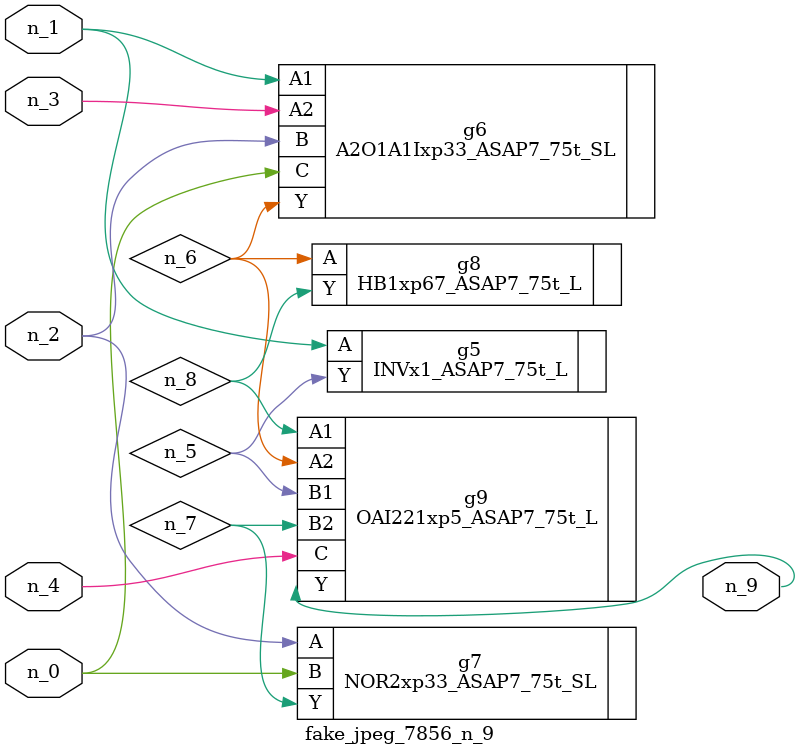
<source format=v>
module fake_jpeg_7856_n_9 (n_3, n_2, n_1, n_0, n_4, n_9);

input n_3;
input n_2;
input n_1;
input n_0;
input n_4;

output n_9;

wire n_8;
wire n_6;
wire n_5;
wire n_7;

INVx1_ASAP7_75t_L g5 ( 
.A(n_1),
.Y(n_5)
);

A2O1A1Ixp33_ASAP7_75t_SL g6 ( 
.A1(n_1),
.A2(n_3),
.B(n_2),
.C(n_0),
.Y(n_6)
);

NOR2xp33_ASAP7_75t_SL g7 ( 
.A(n_2),
.B(n_0),
.Y(n_7)
);

HB1xp67_ASAP7_75t_L g8 ( 
.A(n_6),
.Y(n_8)
);

OAI221xp5_ASAP7_75t_L g9 ( 
.A1(n_8),
.A2(n_6),
.B1(n_5),
.B2(n_7),
.C(n_4),
.Y(n_9)
);


endmodule
</source>
